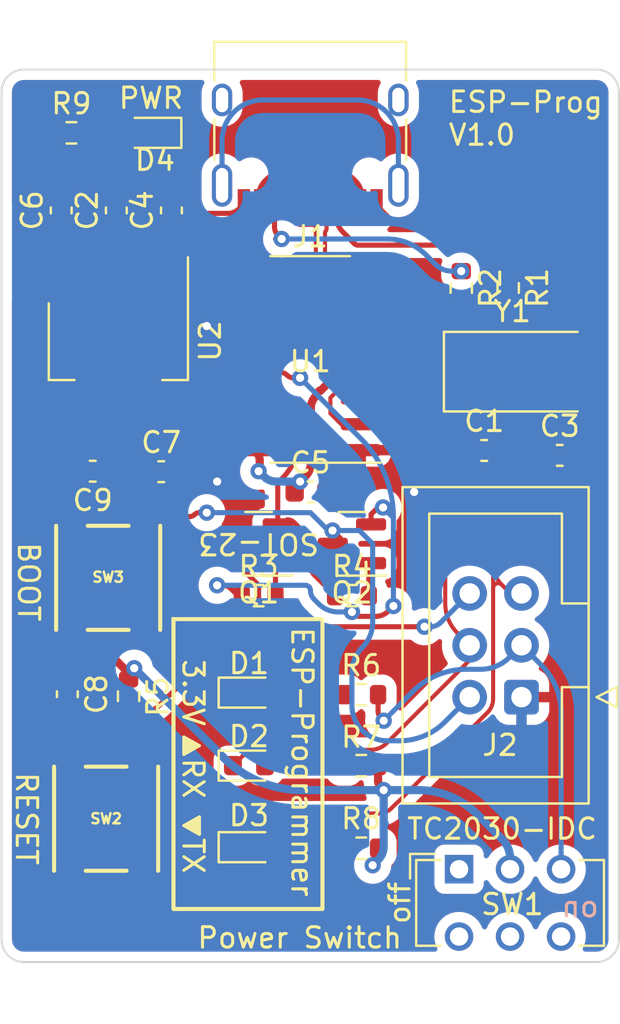
<source format=kicad_pcb>
(kicad_pcb (version 20211014) (generator pcbnew)
  (layers (0 "F.Cu" signal) (31 "B.Cu" signal) (34 "B.Paste" user) (35 "F.Paste" user) (36 "B.SilkS" user "B.Silkscreen") (37 "F.SilkS" user "F.Silkscreen") (38 "B.Mask" user) (39 "F.Mask" user) (44 "Edge.Cuts" user))
  (net 0 "")
  (net 1 "Net-(C1-Pad1)")
  (net 2 "GND")
  (net 3 "VBUS")
  (net 4 "Net-(C3-Pad1)")
  (net 5 "+3V3")
  (net 6 "RESET")
  (net 7 "Net-(D1-Pad2)")
  (net 8 "RXD")
  (net 9 "Net-(D2-Pad2)")
  (net 10 "TXD")
  (net 11 "Net-(D3-Pad2)")
  (net 12 "Net-(D4-Pad2)")
  (net 13 "Net-(J1-PadA5)")
  (net 14 "D+")
  (net 15 "D-")
  (net 17 "Net-(J1-PadB5)")
  (net 19 "unconnected-(J1-PadS1)")
  (net 20 "BOOT")
  (net 21 "3.3V OUT")
  (net 22 "RTS")
  (net 23 "Net-(Q1-Pad1)")
  (net 24 "DTR")
  (net 31 "Net-(R4-Pad2)")
  (footprint "Resistor_SMD:R_0603_1608Metric" (layer "F.Cu") (at 85.344 68.072)
    (fp_text reference "R4")
    (fp_text value "10kΩ")
  )
  (footprint "LED_SMD:LED_0603_1608Metric" (layer "F.Cu") (at 80.3 72.8225)
    (fp_text reference "D1")
    (fp_text value "LED_Blue")
  )
  (footprint "Resistor_SMD:R_0603_1608Metric" (layer "F.Cu") (at 85.8 76.4 180)
    (fp_text reference "R7")
    (fp_text value "4.7 KΩ")
  )
  (footprint "Resistor_SMD:R_0603_1608Metric" (layer "F.Cu") (at 74.4 73 -90)
    (fp_text reference "R5")
    (fp_text value "10kΩ")
  )
  (footprint "Capacitor_SMD:C_0603_1608Metric" (layer "F.Cu") (at 91.825 60.96)
    (fp_text reference "C1")
    (fp_text value "22pF")
  )
  (footprint "Connector_USB:USB_C_Receptacle_HRO_TYPE-C-31-M-12" (layer "F.Cu") (at 83.3 44.84 180)
    (fp_text reference "J1")
    (fp_text value "USB_C_Receptacle_USB2.0")
  )
  (footprint "Resistor_SMD:R_0603_1608Metric" (layer "F.Cu") (at 93 53 -90)
    (fp_text reference "R1")
    (fp_text value "4.7 KΩ")
  )
  (footprint "Capacitor_SMD:C_0603_1608Metric" (layer "F.Cu") (at 73.8 49.2 90)
    (fp_text reference "C2")
    (fp_text value "10uF")
  )
  (footprint "Package_TO_SOT_SMD:SOT-23" (layer "F.Cu") (at 85.344 65.532 180)
    (fp_text reference "Q2")
    (fp_text value "S8050")
  )
  (footprint "Resistor_SMD:R_0603_1608Metric" (layer "F.Cu") (at 90.7 53 -90)
    (fp_text reference "R2")
    (fp_text value "4.7 KΩ")
  )
  (footprint "LED_SMD:LED_0603_1608Metric" (layer "F.Cu") (at 80.3 80.395)
    (fp_text reference "D3")
    (fp_text value "LED_Green")
  )
  (footprint "Capacitor_SMD:C_0603_1608Metric" (layer "F.Cu") (at 72.644 61.976 180)
    (fp_text reference "C9")
    (fp_text value "10uF")
  )
  (footprint "0_Project:TS-1187A-B-A-B" (layer "F.Cu") (at 73.4 67.2 90)
    (fp_text reference "SW3")
    (fp_text value "SW_Push")
  )
  (footprint "Package_TO_SOT_SMD:SOT-23" (layer "F.Cu") (at 80.772 65.532 180)
    (fp_text reference "Q1")
    (fp_text value "S8050")
  )
  (footprint "Resistor_SMD:R_0603_1608Metric" (layer "F.Cu") (at 85.8 80.445 180)
    (fp_text reference "R8")
    (fp_text value "4.7 KΩ")
  )
  (footprint "Capacitor_SMD:C_0603_1608Metric" (layer "F.Cu") (at 95.525 61.2)
    (fp_text reference "C3")
    (fp_text value "22pF")
  )
  (footprint "Connector_IDC:IDC-Header_2x03_P2.54mm_Vertical" (layer "F.Cu") (at 93.6525 73.045 180)
    (fp_text reference "J2")
    (fp_text value "TC2030-IDC")
  )
  (footprint "Capacitor_SMD:C_0603_1608Metric" (layer "F.Cu") (at 71.4 72.9 -90)
    (fp_text reference "C8")
    (fp_text value "10uF")
  )
  (footprint "Resistor_SMD:R_0603_1608Metric" (layer "F.Cu") (at 85.8 72.9225 180)
    (fp_text reference "R6")
    (fp_text value "4.7 KΩ")
  )
  (footprint "Package_TO_SOT_SMD:SOT-223-3_TabPin2" (layer "F.Cu") (at 73.9 55.6 -90)
    (fp_text reference "U2")
    (fp_text value "AMS1117-3.3")
  )
  (footprint "LED_SMD:LED_0603_1608Metric" (layer "F.Cu") (at 80.3 76.4)
    (fp_text reference "D2")
    (fp_text value "LED_Yellow")
  )
  (footprint "Capacitor_SMD:C_0603_1608Metric" (layer "F.Cu") (at 76 62)
    (fp_text reference "C7")
    (fp_text value "10uF")
  )
  (footprint "0_Project:TS-1187A-B-A-B" (layer "F.Cu") (at 73.3 79 90)
    (fp_text reference "SW2")
    (fp_text value "SW_Push")
  )
  (footprint "Capacitor_SMD:C_0603_1608Metric" (layer "F.Cu") (at 83.312 62.992)
    (fp_text reference "C5")
    (fp_text value "0.1uF")
  )
  (footprint "Capacitor_SMD:C_0603_1608Metric" (layer "F.Cu") (at 76.5 49.2 90)
    (fp_text reference "C4")
    (fp_text value "10uF")
  )
  (footprint "Crystal:Crystal_SMD_0603-2Pin_6.0x3.5mm" (layer "F.Cu") (at 93.2 57.1)
    (fp_text reference "Y1")
    (fp_text value "12 MHz")
  )
  (footprint "Resistor_SMD:R_0603_1608Metric" (layer "F.Cu") (at 71.6 45.4)
    (fp_text reference "R9")
    (fp_text value "4.7 KΩ")
  )
  (footprint "Button_Switch_THT:SW_CuK_JS202011AQN_DPDT_Angled" (layer "F.Cu") (at 90.5925 81.475)
    (fp_text reference "SW1")
    (fp_text value "SW_SPDT")
  )
  (footprint "Package_SO:SOIC-16_3.9x9.9mm_P1.27mm" (layer "F.Cu") (at 83.3 56.5 180)
    (fp_text reference "U1")
    (fp_text value "CH340G")
  )
  (footprint "Capacitor_SMD:C_0603_1608Metric" (layer "F.Cu") (at 71.1 49.2 90)
    (fp_text reference "C6")
    (fp_text value "10uF")
  )
  (footprint "Resistor_SMD:R_0603_1608Metric" (layer "F.Cu") (at 80.772 68.072)
    (fp_text reference "R3")
    (fp_text value "10kΩ")
  )
  (footprint "LED_SMD:LED_0603_1608Metric" (layer "F.Cu") (at 75.5 45.4 180)
    (fp_text reference "D4")
    (fp_text value "LED_Red")
  )
  (gr_rect (start 76.6 69.2225) (end 83.9 83.4225) (layer "F.SilkS") (width 0.2) (fill none))
  (gr_arc (start 69.277817 86.022183) (mid 68.5 85.7) (end 68.177817 84.922183) (layer "Edge.Cuts") (width 0.1))
  (gr_arc (start 68.177817 43.377817) (mid 68.504594 42.611091) (end 69.277817 42.3) (layer "Edge.Cuts") (width 0.1))
  (gr_arc (start 97.322183 42.3) (mid 98.1 42.622183) (end 98.422183 43.4) (layer "Edge.Cuts") (width 0.1))
  (gr_line (start 68.177817 43.377817) (end 68.177817 84.922183) (layer "Edge.Cuts") (width 0.1))
  (gr_arc (start 98.422183 84.922183) (mid 98.1 85.7) (end 97.322183 86.022183) (layer "Edge.Cuts") (width 0.1))
  (gr_line (start 69.277817 42.3) (end 97.322183 42.3) (layer "Edge.Cuts") (width 0.1))
  (gr_line (start 69.277817 86.022183) (end 97.322183 86.022183) (layer "Edge.Cuts") (width 0.1))
  (gr_line (start 98.422183 43.4) (end 98.422183 84.922183) (layer "Edge.Cuts") (width 0.1))
  (gr_text "on\n" (at 96.52 83.312) (layer "B.SilkS") (effects (font (size 1 1)) (justify mirror)))
  (gr_text "off\n\n" (at 88.4925 83.125 90) (layer "F.SilkS") (effects (font (size 1 1))))
  (gr_text "BOOT" (at 69.5 67.4 270) (layer "F.SilkS") (effects (font (size 1 1))))
  (gr_text "3.3V" (at 77.562742 72.8225 270) (layer "F.SilkS") (effects (font (size 1 1))))
  (gr_text "Power Switch\n" (at 87.884 84.836) (layer "F.SilkS") (effects (font (size 1 1)) (justify right)))
  (gr_text "▼TX" (at 77.562742 80.195 270) (layer "F.SilkS") (effects (font (size 1 1))))
  (gr_text "▲RX" (at 77.562742 76.4 270) (layer "F.SilkS") (effects (font (size 1 1))))
  (gr_text "PWR" (at 75.5 43.7) (layer "F.SilkS") (effects (font (size 1 1))))
  (gr_text "TC2030-IDC" (at 92.7 79.5) (layer "F.SilkS") (effects (font (size 1 1))))
  (gr_text "RESET" (at 69.4 79 270) (layer "F.SilkS") (effects (font (size 1 1))))
  (gr_text "ESP-Programmer" (at 82.9 76.2225 270) (layer "F.SilkS") (effects (font (size 1 1))))
  (gr_text "ESP-Prog\nV1.0" (at 90 44.7) (layer "F.SilkS") (effects (font (size 1 1)) (justify left)))
  (segment (start 90.39 56.49) (end 90.15969 56.25969) (width 0.25) (layer "F.Cu") (net 1))
  (segment (start 91 57.96267) (end 91 60.874644) (width 0.25) (layer "F.Cu") (net 1))
  (segment (start 85.963036 53.325) (end 85.775 53.325) (width 0.25) (layer "F.Cu") (net 1))
  (segment (start 91.025 60.935) (end 91.05 60.96) (width 0.25) (layer "F.Cu") (net 1))
  (segment (start 86.284033 53.457961) (end 88.326381 55.500309) (width 0.25) (layer "F.Cu") (net 1))
  (arc (start 89.243036 55.88) (mid 88.746945 55.781321) (end 88.326381 55.500309) (width 0.25) (layer "F.Cu") (net 1))
  (arc (start 90.15969 56.25969) (mid 89.739125 55.978678) (end 89.243036 55.88) (width 0.25) (layer "F.Cu") (net 1))
  (arc (start 91 60.874644) (mid 91.006497 60.907308) (end 91.025 60.935) (width 0.25) (layer "F.Cu") (net 1))
  (arc (start 91 57.96267) (mid 90.841466 57.165666) (end 90.39 56.49) (width 0.25) (layer "F.Cu") (net 1))
  (arc (start 86.284033 53.457961) (mid 86.136758 53.359555) (end 85.963036 53.325) (width 0.25) (layer "F.Cu") (net 1))
  (segment (start 76.95976 48.88476) (end 76.5 48.425) (width 0.25) (layer "F.Cu") (net 2))
  (segment (start 79.82024 49.11476) (end 80.05 48.885) (width 0.25) (layer "F.Cu") (net 2))
  (segment (start 86.55 48.9215) (end 86.55 48.885) (width 0.25) (layer "F.Cu") (net 2))
  (segment (start 87.196394 49.604394) (end 86.575809 48.983809) (width 0.25) (layer "F.Cu") (net 2))
  (segment (start 87.63 49.784) (end 87.884 49.784) (width 0.25) (layer "F.Cu") (net 2))
  (segment (start 78.069718 49.34452) (end 79.26555 49.34452) (width 0.25) (layer "F.Cu") (net 2))
  (via (at 78.74 62.484) (size 0.8) (drill 0.4) (layers "F.Cu" "B.Cu") (net 2))
  (via (at 88.392 62.992) (size 0.8) (drill 0.4) (layers "F.Cu" "B.Cu") (net 2))
  (via (at 78.232 54.864) (size 0.8) (drill 0.4) (layers "F.Cu" "B.Cu") (net 2))
  (arc (start 79.82024 49.11476) (mid 79.565746 49.284807) (end 79.26555 49.34452) (width 0.25) (layer "F.Cu") (net 2))
  (arc (start 86.55 48.9215) (mid 86.556707 48.955221) (end 86.575809 48.983809) (width 0.25) (layer "F.Cu") (net 2))
  (arc (start 87.196394 49.604394) (mid 87.395334 49.737321) (end 87.63 49.784) (width 0.25) (layer "F.Cu") (net 2))
  (arc (start 78.069718 49.34452) (mid 77.469013 49.225032) (end 76.95976 48.88476) (width 0.25) (layer "F.Cu") (net 2))
  (segment (start 71.990699 49.975) (end 71.912851 49.975) (width 0.4) (layer "F.Cu") (net 3))
  (segment (start 85.382815 47.728154) (end 85.470812 47.816151) (width 0.4) (layer "F.Cu") (net 3))
  (segment (start 80.85 48.649729) (end 80.85 48.713553) (width 0.4) (layer "F.Cu") (net 3))
  (segment (start 80.85 49.806698) (end 80.85 49.816905) (width 0.4) (layer "F.Cu") (net 3))
  (segment (start 71.835003 49.975) (end 71.788294 49.975) (width 0.4) (layer "F.Cu") (net 3))
  (segment (start 76.558913 50.009511) (end 80.678454 50.009511) (width 0.4) (layer "F.Cu") (net 3))
  (segment (start 74.652898 49.975) (end 74.391335 49.975) (width 0.4) (layer "F.Cu") (net 3))
  (segment (start 76.403103 49.975) (end 76.382391 49.975) (width 0.4) (layer "F.Cu") (net 3))
  (segment (start 80.85 49.649722) (end 80.85 49.651015) (width 0.4) (layer "F.Cu") (net 3))
  (segment (start 80.85 49.264969) (end 80.85 49.337708) (width 0.4) (layer "F.Cu") (net 3))
  (segment (start 80.85 49.078667) (end 80.85 49.106834) (width 0.4) (layer "F.Cu") (net 3))
  (segment (start 72.883799 49.975) (end 72.823666 49.975) (width 0.4) (layer "F.Cu") (net 3))
  (segment (start 74.652898 49.975) (end 74.766221 49.975) (width 0.4) (layer "F.Cu") (net 3))
  (segment (start 80.85 49.585251) (end 80.85 49.555924) (width 0.4) (layer "F.Cu") (net 3))
  (segment (start 80.85 48.498147) (end 80.85 48.490169) (width 0.4) (layer "F.Cu") (net 3))
  (segment (start 80.85 49.410448) (end 80.85 49.428276) (width 0.4) (layer "F.Cu") (net 3))
  (segment (start 73.253178 49.975) (end 73.248889 49.975) (width 0.4) (layer "F.Cu") (net 3))
  (segment (start 80.85 49.464288) (end 80.85 49.482829) (width 0.4) (layer "F.Cu") (net 3))
  (segment (start 76.382391 49.975) (end 76.351322 49.975) (width 0.4) (layer "F.Cu") (net 3))
  (segment (start 80.85 49.712901) (end 80.85 49.731085) (width 0.4) (layer "F.Cu") (net 3))
  (segment (start 80.85 48.546015) (end 80.85 48.561971) (width 0.4) (layer "F.Cu") (net 3))
  (segment (start 80.85 49.501014) (end 80.85 49.555924) (width 0.4) (layer "F.Cu") (net 3))
  (segment (start 80.85 49.651015) (end 80.85 49.652308) (width 0.4) (layer "F.Cu") (net 3))
  (segment (start 71.476906 49.975) (end 71.461337 49.975) (width 0.4) (layer "F.Cu") (net 3))
  (segment (start 80.85 49.428276) (end 80.85 49.446104) (width 0.4) (layer "F.Cu") (net 3))
  (segment (start 76.071703 49.975) (end 76.102772 49.975) (width 0.4) (layer "F.Cu") (net 3))
  (segment (start 73.261756 49.975) (end 73.257467 49.975) (width 0.4) (layer "F.Cu") (net 3))
  (segment (start 80.85 49.735542) (end 80.85 49.739999) (width 0.4) (layer "F.Cu") (net 3))
  (segment (start 80.85 49.464288) (end 80.85 49.463932) (width 0.4) (layer "F.Cu") (net 3))
  (segment (start 80.85 49.824883) (end 80.85 49.816905) (width 0.4) (layer "F.Cu") (net 3))
  (segment (start 72.746355 49.975) (end 72.651866 49.975) (width 0.4) (layer "F.Cu") (net 3))
  (segment (start 75.647097 49.975) (end 75.315697 49.975) (width 0.4) (layer "F.Cu") (net 3))
  (segment (start 71.912851 49.975) (end 71.835003 49.975) (width 0.4) (layer "F.Cu") (net 3))
  (segment (start 82.103648 47.360969) (end 84.496351 47.360969) (width 0.4) (layer "F.Cu") (net 3))
  (segment (start 80.85 49.482829) (end 80.85 49.501014) (width 0.4) (layer "F.Cu") (net 3))
  (segment (start 80.85 48.713553) (end 80.85 48.777377) (width 0.4) (layer "F.Cu") (net 3))
  (segment (start 80.85 49.138746) (end 80.85 49.135001) (width 0.4) (layer "F.Cu") (net 3))
  (segment (start 72.943932 49.975) (end 72.883799 49.975) (width 0.4) (layer "F.Cu") (net 3))
  (segment (start 80.85 49.39262) (end 80.85 49.410448) (width 0.4) (layer "F.Cu") (net 3))
  (segment (start 76.268472 49.975) (end 76.185622 49.975) (width 0.4) (layer "F.Cu") (net 3))
  (segment (start 72.763533 49.975) (end 72.746355 49.975) (width 0.4) (layer "F.Cu") (net 3))
  (segment (start 74.391335 49.975) (end 74.289652 49.975) (width 0.4) (layer "F.Cu") (net 3))
  (segment (start 76.46524 49.975) (end 76.444527 49.975) (width 0.4) (layer "F.Cu") (net 3))
  (segment (start 74.231456 49.975) (end 74.17326 49.975) (width 0.4) (layer "F.Cu") (net 3))
  (segment (start 73.257467 49.975) (end 73.253178 49.975) (width 0.4) (layer "F.Cu") (net 3))
  (segment (start 81.129187 47.816151) (end 81.217184 47.728153) (width 0.4) (layer "F.Cu") (net 3))
  (segment (start 80.85 49.796491) (end 80.85 49.806698) (width 0.4) (layer "F.Cu") (net 3))
  (segment (start 74.01338 49.975) (end 73.635424 49.975) (width 0.4) (layer "F.Cu") (net 3))
  (segment (start 80.85 49.731085) (end 80.85 49.735542) (width 0.4) (layer "F.Cu") (net 3))
  (segment (start 71.6 50.828553) (end 71.6 52.45) (width 0.4) (layer "F.Cu") (net 3))
  (segment (start 72.325443 49.975) (end 72.076331 49.975) (width 0.4) (layer "F.Cu") (net 3))
  (segment (start 80.85 49.672075) (end 80.85 49.712901) (width 0.4) (layer "F.Cu") (net 3))
  (segment (start 74.984297 49.975) (end 74.836057 49.975) (width 0.4) (layer "F.Cu") (net 3))
  (segment (start 80.85 49.652308) (end 80.85 49.672075) (width 0.4) (layer "F.Cu") (net 3))
  (segment (start 80.85 48.514103) (end 80.85 48.530059) (width 0.4) (layer "F.Cu") (net 3))
  (segment (start 71.671524 49.975) (end 71.609246 49.975) (width 0.4) (layer "F.Cu") (net 3))
  (segment (start 72.076331 49.975) (end 71.990699 49.975) (width 0.4) (layer "F.Cu") (net 3))
  (segment (start 71.757156 49.975) (end 71.733802 49.975) (width 0.4) (layer "F.Cu") (net 3))
  (segment (start 80.85 49.585251) (end 80.85 49.628663) (width 0.4) (layer "F.Cu") (net 3))
  (segment (start 76.185622 49.975) (end 76.102772 49.975) (width 0.4) (layer "F.Cu") (net 3))
  (segment (start 76.351322 49.975) (end 76.268472 49.975) (width 0.4) (layer "F.Cu") (net 3))
  (segment (start 75.761016 49.975) (end 75.647097 49.975) (width 0.4) (layer "F.Cu") (net 3))
  (segment (start 71.733802 49.975) (end 71.671524 49.975) (width 0.4) (layer "F.Cu") (net 3))
  (segment (start 80.85 48.585905) (end 80.85 48.561971) (width 0.4) (layer "F.Cu") (net 3))
  (segment (start 80.85 49.739999) (end 80.85 49.753727) (width 0.4) (layer "F.Cu") (net 3))
  (segment (start 80.85 48.841201) (end 80.85 48.862773) (width 0.4) (layer "F.Cu") (net 3))
  (segment (start 73.353029 49.975) (end 73.261756 49.975) (width 0.4) (layer "F.Cu") (net 3))
  (segment (start 80.85 48.498147) (end 80.85 48.514103) (width 0.4) (layer "F.Cu") (net 3))
  (segment (start 75.864578 49.975) (end 75.761016 49.975) (width 0.4) (layer "F.Cu") (net 3))
  (segment (start 80.85 48.585905) (end 80.85 48.649729) (width 0.4) (layer "F.Cu") (net 3))
  (segment (start 72.574555 49.975) (end 72.325443 49.975) (width 0.4) (layer "F.Cu") (net 3))
  (segment (start 73.635424 49.975) (end 73.539863 49.975) (width 0.4) (layer "F.Cu") (net 3))
  (segment (start 80.85 49.39262) (end 80.85 49.387806) (width 0.4) (layer "F.Cu") (net 3))
  (segment (start 72.823666 49.975) (end 72.763533 49.975) (width 0.4) (layer "F.Cu") (net 3))
  (segment (start 80.85 49.106834) (end 80.85 49.135001) (width 0.4) (layer "F.Cu") (net 3))
  (segment (start 80.85 49.446104) (end 80.85 49.463932) (width 0.4) (layer "F.Cu") (net 3))
  (segment (start 80.85 49.628663) (end 80.85 49.649722) (width 0.4) (layer "F.Cu") (net 3))
  (segment (start 80.85 48.777377) (end 80.85 48.841201) (width 0.4) (layer "F.Cu") (net 3))
  (segment (start 80.85 49.824883) (end 80.85 49.833604) (width 0.4) (layer "F.Cu") (net 3))
  (segment (start 75.96814 49.975) (end 75.864578 49.975) (width 0.4) (layer "F.Cu") (net 3))
  (segment (start 74.289652 49.975) (end 74.231456 49.975) (width 0.4) (layer "F.Cu") (net 3))
  (segment (start 80.85 48.862773) (end 80.85 48.954764) (width 0.4) (layer "F.Cu") (net 3))
  (segment (start 85.75 48.490169) (end 85.75 48.885) (width 0.4) (layer "F.Cu") (net 3))
  (segment (start 76.05099 49.975) (end 76.030277 49.975) (width 0.4) (layer "F.Cu") (net 3))
  (segment (start 76.071703 49.975) (end 76.05099 49.975) (width 0.4) (layer "F.Cu") (net 3))
  (segment (start 75.315697 49.975) (end 74.984297 49.975) (width 0.4) (layer "F.Cu") (net 3))
  (segment (start 75.96814 49.975) (end 76.030277 49.975) (width 0.4) (layer "F.Cu") (net 3))
  (segment (start 71.523613 49.975) (end 71.508044 49.975) (width 0.4) (layer "F.Cu") (net 3))
  (segment (start 80.85 49.837965) (end 80.85 49.833604) (width 0.4) (layer "F.Cu") (net 3))
  (segment (start 71.508044 49.975) (end 71.492475 49.975) (width 0.4) (layer "F.Cu") (net 3))
  (segment (start 71.772725 49.975) (end 71.757156 49.975) (width 0.4) (layer "F.Cu") (net 3))
  (segment (start 73.539863 49.975) (end 73.353029 49.975) (width 0.4) (layer "F.Cu") (net 3))
  (segment (start 80.85 49.078667) (end 80.85 49.046755) (width 0.4) (layer "F.Cu") (net 3))
  (segment (start 80.85 49.138746) (end 80.85 49.174403) (width 0.4) (layer "F.Cu") (net 3))
  (segment (start 71.492475 49.975) (end 71.476906 49.975) (width 0.4) (layer "F.Cu") (net 3))
  (segment (start 73.248889 49.975) (end 72.943932 49.975) (width 0.4) (layer "F.Cu") (net 3))
  (segment (start 74.801139 49.975) (end 74.766221 49.975) (width 0.4) (layer "F.Cu") (net 3))
  (segment (start 76.475597 49.975) (end 76.46524 49.975) (width 0.4) (layer "F.Cu") (net 3))
  (segment (start 80.85 49.796491) (end 80.85 49.785639) (width 0.4) (layer "F.Cu") (net 3))
  (segment (start 71.546967 49.975) (end 71.523613 49.975) (width 0.4) (layer "F.Cu") (net 3))
  (segment (start 80.85 49.174403) (end 80.85 49.21006) (width 0.4) (layer "F.Cu") (net 3))
  (segment (start 71.461337 49.975) (end 71.453553 49.975) (width 0.4) (layer "F.Cu") (net 3))
  (segment (start 80.85 48.530059) (end 80.85 48.546015) (width 0.4) (layer "F.Cu") (net 3))
  (segment (start 80.85 49.337708) (end 80.85 49.36035) (width 0.4) (layer "F.Cu") (net 3))
  (segment (start 71.788294 49.975) (end 71.772725 49.975) (width 0.4) (layer "F.Cu") (net 3))
  (segment (start 76.423815 49.975) (end 76.444527 49.975) (width 0.4) (layer "F.Cu") (net 3))
  (segment (start 72.574555 49.975) (end 72.651866 49.975) (width 0.4) (layer "F.Cu") (net 3))
  (segment (start 71.609246 49.975) (end 71.546967 49.975) (width 0.4) (layer "F.Cu") (net 3))
  (segment (start 80.85 48.954764) (end 80.85 49.046755) (width 0.4) (layer "F.Cu") (net 3))
  (segment (start 80.85 49.753727) (end 80.85 49.785639) (width 0.4) (layer "F.Cu") (net 3))
  (segment (start 76.423815 49.975) (end 76.403103 49.975) (width 0.4) (layer "F.Cu") (net 3))
  (segment (start 80.85 49.36035) (end 80.85 49.387806) (width 0.4) (layer "F.Cu") (net 3))
  (segment (start 80.85 49.264969) (end 80.85 49.21006) (width 0.4) (layer "F.Cu") (net 3))
  (segment (start 74.17326 49.975) (end 74.01338 49.975) (width 0.4) (layer "F.Cu") (net 3))
  (segment (start 74.836057 49.975) (end 74.801139 49.975) (width 0.4) (layer "F.Cu") (net 3))
  (arc (start 71.453553 49.975) (mid 71.318254 50.065403) (end 71.35 50.225) (width 0.4) (layer "F.Cu") (net 3))
  (arc (start 85.470812 47.816151) (mid 85.677441 48.125393) (end 85.75 48.490169) (width 0.4) (layer "F.Cu") (net 3))
  (arc (start 80.678454 50.009511) (mid 80.744101 49.996452) (end 80.799755 49.959266) (width 0.4) (layer "F.Cu") (net 3))
  (arc (start 76.558913 50.009511) (mid 76.536368 50.005026) (end 76.517255 49.992255) (width 0.4) (layer "F.Cu") (net 3))
  (arc (start 85.382815 47.728154) (mid 84.976102 47.456397) (end 84.496351 47.360969) (width 0.4) (layer "F.Cu") (net 3))
  (arc (start 81.129187 47.816151) (mid 80.922558 48.125393) (end 80.85 48.490169) (width 0.4) (layer "F.Cu") (net 3))
  (arc (start 76.475597 49.975) (mid 76.498142 49.979484) (end 76.517255 49.992255) (width 0.4) (layer "F.Cu") (net 3))
  (arc (start 81.217184 47.728153) (mid 81.623897 47.456397) (end 82.103648 47.360969) (width 0.4) (layer "F.Cu") (net 3))
  (arc (start 80.85 49.837965) (mid 80.836941 49.903612) (end 80.799755 49.959266) (width 0.4) (layer "F.Cu") (net 3))
  (arc (start 71.6 50.828553) (mid 71.535027 50.501912) (end 71.35 50.225) (width 0.4) (layer "F.Cu") (net 3))
  (segment (start 88.588053 54.044053) (end 86.890327 52.346327) (width 0.25) (layer "F.Cu") (net 4))
  (segment (start 86.187 52.055) (end 85.775 52.055) (width 0.25) (layer "F.Cu") (net 4))
  (segment (start 94.75 59.125619) (end 94.75 61.2) (width 0.25) (layer "F.Cu") (net 4))
  (segment (start 95.074999 58.340999) (end 95.076145 58.339854) (width 0.25) (layer "F.Cu") (net 4))
  (segment (start 92.450119 55.372) (end 91.794 55.372) (width 0.25) (layer "F.Cu") (net 4))
  (segment (start 94.536 56.236) (end 95.076145 56.776145) (width 0.25) (layer "F.Cu") (net 4))
  (arc (start 95.4 57.558) (mid 95.315832 57.134863) (end 95.076145 56.776145) (width 0.25) (layer "F.Cu") (net 4))
  (arc (start 95.4 57.558) (mid 95.315832 57.981136) (end 95.076145 58.339854) (width 0.25) (layer "F.Cu") (net 4))
  (arc (start 95.074999 58.340999) (mid 94.834464 58.700986) (end 94.75 59.125619) (width 0.25) (layer "F.Cu") (net 4))
  (arc (start 94.536 56.236) (mid 93.578989 55.596546) (end 92.450119 55.372) (width 0.25) (layer "F.Cu") (net 4))
  (arc (start 86.890327 52.346327) (mid 86.567638 52.130713) (end 86.187 52.055) (width 0.25) (layer "F.Cu") (net 4))
  (arc (start 88.588053 54.044053) (mid 90.058954 55.026877) (end 91.794 55.372) (width 0.25) (layer "F.Cu") (net 4))
  (segment (start 82.804 62.484) (end 83.06626 62.22174) (width 0.4) (layer "F.Cu") (net 5))
  (segment (start 74.4 72.09625) (end 74.4 72.0175) (width 0.4) (layer "F.Cu") (net 5))
  (segment (start 83.810303 58.03175) (end 84.575491 57.266562) (width 0.4) (layer "F.Cu") (net 5))
  (segment (start 73.419 61.99297) (end 73.419 70.185328) (width 0.4) (layer "F.Cu") (net 5))
  (segment (start 83.462057 58.443541) (end 83.64136 58.171899) (width 0.4) (layer "F.Cu") (net 5))
  (segment (start 82.622206 62.665793) (end 82.804 62.484) (width 0.4) (layer "F.Cu") (net 5))
  (segment (start 75.129102 62) (end 73.45997 62) (width 0.4) (layer "F.Cu") (net 5))
  (segment (start 75.484606 61.932189) (end 76.242741 61.174056) (width 0.4) (layer "F.Cu") (net 5))
  (segment (start 73.9 55.273705) (end 73.9 57.813083) (width 0.4) (layer "F.Cu") (net 5))
  (segment (start 74.495812 71.808187) (end 74.676 71.628) (width 0.4) (layer "F.Cu") (net 5))
  (segment (start 86.7625 77.4625) (end 86.9 77.6) (width 0.4) (layer "F.Cu") (net 5))
  (segment (start 70.775 46.85842) (end 70.775 45.4) (width 0.4) (layer "F.Cu") (net 5))
  (segment (start 73.9 54.934294) (end 73.9 55.273705) (width 0.4) (layer "F.Cu") (net 5))
  (segment (start 74.28863 71.74863) (end 73.9095 71.3695) (width 0.4) (layer "F.Cu") (net 5))
  (segment (start 83.755719 58.03175) (end 83.810303 58.03175) (width 0.4) (layer "F.Cu") (net 5))
  (segment (start 80.336 60.945) (end 76.795731 60.945) (width 0.4) (layer "F.Cu") (net 5))
  (segment (start 86.625 80.827616) (end 86.625 80.445) (width 0.4) (layer "F.Cu") (net 5))
  (segment (start 69.596 53.129579) (end 69.596 49.438199) (width 0.4) (layer "F.Cu") (net 5))
  (segment (start 80.772 61.976) (end 80.7985 61.9495) (width 0.4) (layer "F.Cu") (net 5))
  (segment (start 82.537 62.8715) (end 82.537 62.992) (width 0.4) (layer "F.Cu") (net 5))
  (segment (start 86.4925 81.1475) (end 86.36 81.28) (width 0.4) (layer "F.Cu") (net 5))
  (segment (start 80.825 61.885523) (end 80.825 61.434) (width 0.4) (layer "F.Cu") (net 5))
  (segment (start 70.5865 47.3135) (end 70.398 47.502) (width 0.4) (layer "F.Cu") (net 5))
  (segment (start 73.9 54.934294) (end 73.9 52.45) (width 0.4) (layer "F.Cu") (net 5))
  (segment (start 74.4 72.09625) (end 74.4 72.0395) (width 0.4) (layer "F.Cu") (net 5))
  (segment (start 75.129102 62) (end 75.320898 62) (width 0.4) (layer "F.Cu") (net 5))
  (segment (start 83.32852 61.588588) (end 83.32852 58.888253) (width 0.4) (layer "F.Cu") (net 5))
  (segment (start 86.625 77.130545) (end 86.625 76.4) (width 0.4) (layer "F.Cu") (net 5))
  (segment (start 73.490294 54.864) (end 71.33042 54.864) (width 0.4) (layer "F.Cu") (net 5))
  (segment (start 75.225 61.904102) (end 75.225 61.011916) (width 0.4) (layer "F.Cu") (net 5))
  (via (at 82.804 62.484) (size 0.8) (drill 0.4) (layers "F.Cu" "B.Cu") (net 5))
  (via (at 86.36 81.28) (size 0.8) (drill 0.4) (layers "F.Cu" "B.Cu") (net 5))
  (via (at 74.676 71.628) (size 0.8) (drill 0.4) (layers "F.Cu" "B.Cu") (net 5))
  (via (at 86.9 77.6) (size 0.8) (drill 0.4) (layers "F.Cu" "B.Cu") (net 5))
  (via (at 80.772 61.976) (size 0.8) (drill 0.4) (layers "F.Cu" "B.Cu") (net 5))
  (arc (start 83.06626 62.22174) (mid 83.26036 61.931247) (end 83.32852 61.588588) (width 0.4) (layer "F.Cu") (net 5))
  (arc (start 80.825 61.434) (mid 80.681775 61.088224) (end 80.336 60.945) (width 0.4) (layer "F.Cu") (net 5))
  (arc (start 70.5865 47.3135) (mid 70.72601 47.104707) (end 70.775 46.85842) (width 0.4) (layer "F.Cu") (net 5))
  (arc (start 73.9095 71.3695) (mid 73.546476 70.826197) (end 73.419 70.185328) (width 0.4) (layer "F.Cu") (net 5))
  (arc (start 75.320898 62) (mid 75.253087 61.971912) (end 75.225 61.904102) (width 0.4) (layer "F.Cu") (net 5))
  (arc (start 75.129102 62) (mid 75.196912 61.971912) (end 75.225 61.904102) (width 0.4) (layer "F.Cu") (net 5))
  (arc (start 73.419 61.99297) (mid 73.423339 61.986476) (end 73.431 61.988) (width 0.4) (layer "F.Cu") (net 5))
  (arc (start 73.78 54.984) (mid 73.868813 55.116917) (end 73.9 55.273705) (width 0.4) (layer "F.Cu") (net 5))
  (arc (start 82.622206 62.665793) (mid 82.559144 62.760172) (end 82.537 62.8715) (width 0.4) (layer "F.Cu") (net 5))
  (arc (start 73.490294 54.864) (mid 73.647081 54.895186) (end 73.78 54.984) (width 0.4) (layer "F.Cu") (net 5))
  (arc (start 73.78 54.984) (mid 73.856606 54.999237) (end 73.9 54.934294) (width 0.4) (layer "F.Cu") (net 5))
  (arc (start 83.64136 58.171899) (mid 83.694998 58.098935) (end 83.755719 58.03175) (width 0.4) (layer "F.Cu") (net 5))
  (arc (start 73.45997 62) (mid 73.444291 61.996881) (end 73.431 61.988) (width 0.4) (layer "F.Cu") (net 5))
  (arc (start 74.28863 71.74863) (mid 74.371055 71.871988) (end 74.4 72.0175) (width 0.4) (layer "F.Cu") (net 5))
  (arc (start 69.596 49.438199) (mid 69.804433 48.390335) (end 70.398 47.502) (width 0.4) (layer "F.Cu") (net 5))
  (arc (start 83.32852 58.888253) (mid 83.362625 58.656089) (end 83.462057 58.443541) (width 0.4) (layer "F.Cu") (net 5))
  (arc (start 75.484606 61.932189) (mid 75.409496 61.982376) (end 75.320898 62) (width 0.4) (layer "F.Cu") (net 5))
  (arc (start 80.825 61.885523) (mid 80.818112 61.920147) (end 80.7985 61.9495) (width 0.4) (layer "F.Cu") (net 5))
  (arc (start 74.5625 59.4125) (mid 75.052821 60.146318) (end 75.225 61.011916) (width 0.4) (layer "F.Cu") (net 5))
  (arc (start 74.495812 71.808187) (mid 74.4249 71.914314) (end 74.4 72.0395) (width 0.4) (layer "F.Cu") (net 5))
  (arc (start 86.4925 81.1475) (mid 86.590564 81.000736) (end 86.625 80.827616) (width 0.4) (layer "F.Cu") (net 5))
  (arc (start 69.596 53.129579) (mid 69.728024 53.793313) (end 70.104 54.356) (width 0.4) (layer "F.Cu") (net 5))
  (arc (start 74.4 72.09625) (mid 74.4 72.09625) (end 74.4 72.09625) (width 0.4) (layer "F.Cu") (net 5))
  (arc (start 86.7625 77.4625) (mid 86.660735 77.310197) (end 86.625 77.130545) (width 0.4) (layer "F.Cu") (net 5))
  (arc (start 74.5625 59.4125) (mid 74.072178 58.678681) (end 73.9 57.813083) (width 0.4) (layer "F.Cu") (net 5))
  (arc (start 84.575491 57.266562) (mid 84.873804 57.167791) (end 85.186 57.135) (width 0.4) (layer "F.Cu") (net 5))
  (arc (start 70.104 54.356) (mid 70.666686 54.731975) (end 71.33042 54.864) (width 0.4) (layer "F.Cu") (net 5))
  (arc (start 76.242741 61.174056) (mid 76.496455 61.00453) (end 76.795731 60.945) (width 0.4) (layer "F.Cu") (net 5))
  (segment (start 86.9 80.358162) (end 86.9 79.302627) (width 0.4) (layer "B.Cu") (net 5))
  (segment (start 79.054207 76.006207) (end 74.676 71.628) (width 0.4) (layer "B.Cu") (net 5))
  (segment (start 86.9 79.257372) (end 86.9 79.302627) (width 0.4) (layer "B.Cu") (net 5))
  (segment (start 81.63921 62.484) (end 82.804 62.484) (width 0.4) (layer "B.Cu") (net 5))
  (segment (start 86.63 81.01) (end 86.36 81.28) (width 0.4) (layer "B.Cu") (net 5))
  (segment (start 91.502081 78.802081) (end 92.709778 80.009778) (width 0.4) (layer "B.Cu") (net 5))
  (segment (start 86.9 77.6) (end 82.901963 77.6) (width 0.4) (layer "B.Cu") (net 5))
  (segment (start 93.0925 80.93375) (end 93.0925 81.475) (width 0.4) (layer "B.Cu") (net 5))
  (segment (start 86.9 79.257372) (end 86.9 77.6) (width 0.4) (layer "B.Cu") (net 5))
  (segment (start 86.9 77.6) (end 88.6 77.6) (width 0.4) (layer "B.Cu") (net 5))
  (segment (start 81.026 62.23) (end 80.772 61.976) (width 0.4) (layer "B.Cu") (net 5))
  (arc (start 81.026 62.23) (mid 81.307343 62.417987) (end 81.63921 62.484) (width 0.4) (layer "B.Cu") (net 5))
  (arc (start 91.502081 78.802081) (mid 90.170595 77.91241) (end 88.6 77.6) (width 0.4) (layer "B.Cu") (net 5))
  (arc (start 79.054207 76.006207) (mid 80.819572 77.185786) (end 82.901963 77.6) (width 0.4) (layer "B.Cu") (net 5))
  (arc (start 86.916 79.264) (mid 86.905785 79.266031) (end 86.9 79.257372) (width 0.4) (layer "B.Cu") (net 5))
  (arc (start 92.709778 80.009778) (mid 92.993033 80.4337) (end 93.0925 80.93375) (width 0.4) (layer "B.Cu") (net 5))
  (arc (start 86.916 79.264) (mid 86.933722 79.252158) (end 86.954627 79.248) (width 0.4) (layer "B.Cu") (net 5))
  (arc (start 86.9 80.358162) (mid 86.829829 80.710934) (end 86.63 81.01) (width 0.4) (layer "B.Cu") (net 5))
  (arc (start 86.916 79.264) (mid 86.904158 79.281722) (end 86.9 79.302627) (width 0.4) (layer "B.Cu") (net 5))
  (segment (start 75.925454 73.426545) (end 78.319159 71.03284) (width 0.25) (layer "F.Cu") (net 6))
  (segment (start 83.758368 69.596) (end 82.444789 69.596) (width 0.25) (layer "F.Cu") (net 6))
  (segment (start 85.25684 69.596) (end 83.819999 69.596) (width 0.25) (layer "F.Cu") (net 6))
  (segment (start 79.8345 66.6265) (end 80.772 67.564) (width 0.25) (layer "F.Cu") (net 6))
  (segment (start 80.772 68.58) (end 81.788 69.596) (width 0.25) (layer "F.Cu") (net 6))
  (segment (start 88.9 69.596) (end 85.25684 69.596) (width 0.25) (layer "F.Cu") (net 6))
  (segment (start 83.819999 69.596) (end 83.758368 69.596) (width 0.25) (layer "F.Cu") (net 6))
  (segment (start 82.444789 69.596) (end 81.788 69.596) (width 0.25) (layer "F.Cu") (net 6))
  (segment (start 79.8345 65.532) (end 79.8345 66.6265) (width 0.25) (layer "F.Cu") (net 6))
  (segment (start 74.4 74.3885) (end 74.4 74.676992) (width 0.25) (layer "F.Cu") (net 6))
  (segment (start 75.175 76.548007) (end 75.175 82) (width 0.25) (layer "F.Cu") (net 6))
  (segment (start 72.05 72.125) (end 71.4 72.125) (width 0.25) (layer "F.Cu") (net 6))
  (segment (start 80.772 67.564) (end 80.772 68.58) (width 0.25) (layer "F.Cu") (net 6))
  (segment (start 74.001545 73.426545) (end 73.159619 72.584619) (width 0.25) (layer "F.Cu") (net 6))
  (via (at 88.9 69.596) (size 0.8) (drill 0.4) (layers "F.Cu" "B.Cu") (net 6))
  (arc (start 74.4 74.3885) (mid 74.565045 73.990045) (end 74.9635 73.825) (width 0.25) (layer "F.Cu") (net 6))
  (arc (start 75.925454 73.426545) (mid 75.484105 73.721444) (end 74.9635 73.825) (width 0.25) (layer "F.Cu") (net 6))
  (arc (start 74.7875 75.6125) (mid 74.500707 75.183285) (end 74.4 74.676992) (width 0.25) (layer "F.Cu") (net 6))
  (arc (start 81.788 69.596) (mid 79.910676 69.969422) (end 78.319159 71.03284) (width 0.25) (layer "F.Cu") (net 6))
  (arc (start 74.7875 75.6125) (mid 75.074292 76.041714) (end 75.175 76.548007) (width 0.25) (layer "F.Cu") (net 6))
  (arc (start 74.001545 73.426545) (mid 74.442893 73.721444) (end 74.9635 73.825) (width 0.25) (layer "F.Cu") (net 6))
  (arc (start 74.4 74.3885) (mid 74.296444 73.867893) (end 74.001545 73.426545) (width 0.25) (layer "F.Cu") (net 6))
  (arc (start 73.159619 72.584619) (mid 72.650521 72.244451) (end 72.05 72.125) (width 0.25) (layer "F.Cu") (net 6))
  (segment (start 89.687091 69.390408) (end 91.1125 67.965) (width 0.25) (layer "B.Cu") (net 6))
  (segment (start 88.9 69.596) (end 89.19075 69.596) (width 0.25) (layer "B.Cu") (net 6))
  (arc (start 89.687091 69.390408) (mid 89.459367 69.542568) (end 89.19075 69.596) (width 0.25) (layer "B.Cu") (net 6))
  (segment (start 81.45821 72.9225) (end 85.175 72.9225) (width 0.25) (layer "F.Cu") (net 7))
  (segment (start 81.3375 72.8725) (end 81.2875 72.8225) (width 0.25) (layer "F.Cu") (net 7))
  (arc (start 81.45821 72.9225) (mid 81.392882 72.909505) (end 81.3375 72.8725) (width 0.25) (layer "F.Cu") (net 7))
  (segment (start 86.06 58.405) (end 85.775 58.405) (width 0.2) (layer "F.Cu") (net 8))
  (segment (start 87.704027 74.641395) (end 91.201871 71.14355) (width 0.2) (layer "F.Cu") (net 8))
  (segment (start 89.916 68.462446) (end 89.916 64.229963) (width 0.2) (layer "F.Cu") (net 8))
  (segment (start 90.51425 69.90675) (end 90.945708 70.338208) (width 0.2) (layer "F.Cu") (net 8))
  (segment (start 88.322207 60.382207) (end 86.546525 58.606525) (width 0.2) (layer "F.Cu") (net 8))
  (segment (start 87.704027 74.641395) (end 87.047972 75.297452) (width 0.2) (layer "F.Cu") (net 8))
  (segment (start 79.89976 76.01274) (end 79.5125 76.4) (width 0.2) (layer "F.Cu") (net 8))
  (segment (start 86.256042 75.62548) (end 80.834688 75.62548) (width 0.2) (layer "F.Cu") (net 8))
  (arc (start 88.322207 60.382207) (mid 89.501786 62.147572) (end 89.916 64.229963) (width 0.2) (layer "F.Cu") (net 8))
  (arc (start 80.834688 75.62548) (mid 80.328708 75.726125) (end 79.89976 76.01274) (width 0.2) (layer "F.Cu") (net 8))
  (arc (start 86.06 58.405) (mid 86.323305 58.457374) (end 86.546525 58.606525) (width 0.2) (layer "F.Cu") (net 8))
  (arc (start 87.047972 75.297452) (mid 86.684631 75.540228) (end 86.256042 75.62548) (width 0.2) (layer "F.Cu") (net 8))
  (arc (start 91.1125 70.740879) (mid 91.069152 70.522955) (end 90.945708 70.338208) (width 0.2) (layer "F.Cu") (net 8))
  (arc (start 91.1125 70.740879) (mid 91.069151 70.958803) (end 90.945707 71.14355) (width 0.2) (layer "F.Cu") (net 8))
  (arc (start 90.51425 69.90675) (mid 90.07148 69.244097) (end 89.916 68.462446) (width 0.2) (layer "F.Cu") (net 8))
  (segment (start 85.175 76.4) (end 81.2875 76.4) (width 0.25) (layer "F.Cu") (net 9))
  (segment (start 80.03762 79.889787) (end 80.016608 79.905054) (width 0.2) (layer "F.Cu") (net 10))
  (segment (start 92.259543 65.576499) (end 92.218146 65.103357) (width 0.2) (layer "F.Cu") (net 10))
  (segment (start 92.135669 64.635623) (end 92.01274 64.176858) (width 0.2) (layer "F.Cu") (net 10))
  (segment (start 92.262011 66.515685) (end 92.262011 65.813974) (width 0.2) (layer "F.Cu") (net 10))
  (segment (start 84.792798 57.87548) (end 84.288713 58.379565) (width 0.2) (layer "F.Cu") (net 10))
  (segment (start 87.374885 58.541205) (end 87.374885 58.493163) (width 0.2) (layer "F.Cu") (net 10))
  (segment (start 92.262011 67.716336) (end 92.262011 73.124399) (width 0.2) (layer "F.Cu") (net 10))
  (segment (start 92.218146 65.103357) (end 92.135669 64.635623) (width 0.2) (layer "F.Cu") (net 10))
  (segment (start 91.850295 63.730552) (end 91.64957 63.300103) (width 0.2) (layer "F.Cu") (net 10))
  (segment (start 92.262011 65.813974) (end 92.259543 65.576499) (width 0.2) (layer "F.Cu") (net 10))
  (segment (start 92.01274 64.176858) (end 91.850295 63.730552) (width 0.2) (layer "F.Cu") (net 10))
  (segment (start 85.775 59.675) (end 84.821 59.675) (width 0.2) (layer "F.Cu") (net 10))
  (segment (start 84.821 59.675) (end 84.288713 59.142713) (width 0.2) (layer "F.Cu") (net 10))
  (segment (start 87.374885 58.493163) (end 86.757202 57.87548) (width 0.2) (layer "F.Cu") (net 10))
  (segment (start 80.058633 79.663944) (end 80.058633 79.848548) (width 0.2) (layer "F.Cu") (net 10))
  (segment (start 87.260356 78.504567) (end 87.495789 78.269134) (width 0.2) (layer "F.Cu") (net 10))
  (segment (start 91.64957 63.300103) (end 91.64957 62.81589) (width 0.2) (layer "F.Cu") (net 10))
  (segment (start 92.262011 67.716336) (end 92.262011 66.515685) (width 0.2) (layer "F.Cu") (net 10))
  (segment (start 86.757202 57.87548) (end 84.792798 57.87548) (width 0.2) (layer "F.Cu") (net 10))
  (segment (start 84.288713 58.379565) (end 84.288713 59.142713) (width 0.2) (layer "F.Cu") (net 10))
  (segment (start 92.91955 67.77355) (end 92.686505 67.540505) (width 0.2) (layer "F.Cu") (net 10))
  (segment (start 91.64957 62.81589) (end 87.374885 58.541205) (width 0.2) (layer "F.Cu") (net 10))
  (segment (start 93.38175 67.965) (end 93.6525 67.965) (width 0.2) (layer "F.Cu") (net 10))
  (segment (start 87.84043 77.942723) (end 91.981471 73.801682) (width 0.2) (layer "F.Cu") (net 10))
  (segment (start 80.415316 79.096683) (end 80.207533 79.304466) (width 0.2) (layer "F.Cu") (net 10))
  (segment (start 79.863016 80.044483) (end 79.5125 80.395) (width 0.2) (layer "F.Cu") (net 10))
  (segment (start 86.69197 78.74) (end 81.276426 78.74) (width 0.2) (layer "F.Cu") (net 10))
  (arc (start 81.276426 78.74) (mid 80.810396 78.832698) (end 80.415316 79.096683) (width 0.2) (layer "F.Cu") (net 10))
  (arc (start 79.937164 79.971669) (mid 79.899925 80.007908) (end 79.863016 80.044483) (width 0.2) (layer "F.Cu") (net 10))
  (arc (start 87.671609 78.109747) (mid 87.585224 78.191123) (end 87.495789 78.269134) (width 0.2) (layer "F.Cu") (net 10))
  (arc (start 92.91955 67.77355) (mid 93.131609 67.915243) (end 93.38175 67.965) (width 0.2) (layer "F.Cu") (net 10))
  (arc (start 87.84043 77.942723) (mid 87.756243 78.02646) (end 87.671609 78.109747) (width 0.2) (layer "F.Cu") (net 10))
  (arc (start 80.03762 79.889787) (mid 80.053076 79.871689) (end 80.058633 79.848548) (width 0.2) (layer "F.Cu") (net 10))
  (arc (start 92.262011 73.124399) (mid 92.189101 73.490942) (end 91.981471 73.801682) (width 0.2) (layer "F.Cu") (net 10))
  (arc (start 79.937164 79.971669) (mid 79.975728 79.936981) (end 80.016608 79.905054) (width 0.2) (layer "F.Cu") (net 10))
  (arc (start 80.058633 79.663944) (mid 80.09733 79.469396) (end 80.207533 79.304466) (width 0.2) (layer "F.Cu") (net 10))
  (arc (start 92.262011 67.716336) (mid 92.415514 67.486601) (end 92.686505 67.540505) (width 0.2) (layer "F.Cu") (net 10))
  (arc (start 86.69197 78.74) (mid 86.999578 78.678812) (end 87.260356 78.504567) (width 0.2) (layer "F.Cu") (net 10))
  (arc (start 92.686505 67.540505) (mid 92.372333 67.070313) (end 92.262011 66.515685) (width 0.2) (layer "F.Cu") (net 10))
  (segment (start 81.372855 80.445) (end 85.175 80.445) (width 0.25) (layer "F.Cu") (net 11))
  (segment (start 81.3125 80.42) (end 81.2875 80.395) (width 0.25) (layer "F.Cu") (net 11))
  (arc (start 81.3125 80.42) (mid 81.340191 80.438502) (end 81.372855 80.445) (width 0.25) (layer "F.Cu") (net 11))
  (segment (start 72.425 45.4) (end 74.7125 45.4) (width 0.25) (layer "F.Cu") (net 12))
  (segment (start 85.425193 50.784215) (end 85.434606 50.793628) (width 0.25) (layer "F.Cu") (net 13))
  (segment (start 85.477908 50.83693) (end 85.479791 50.838813) (width 0.25) (layer "F.Cu") (net 13))
  (segment (start 85.336709 50.695731) (end 85.333885 50.692907) (width 0.25) (layer "F.Cu") (net 13))
  (segment (start 85.28117 50.640192) (end 85.288701 50.647723) (width 0.25) (layer "F.Cu") (net 13))
  (segment (start 85.099495 50.458517) (end 85.139031 50.498053) (width 0.25) (layer "F.Cu") (net 13))
  (segment (start 85.220925 50.579947) (end 85.20304 50.562062) (width 0.25) (layer "F.Cu") (net 13))
  (segment (start 85.454373 50.813395) (end 85.461904 50.820926) (width 0.25) (layer "F.Cu") (net 13))
  (segment (start 85.355536 50.714558) (end 85.364949 50.723971) (width 0.25) (layer "F.Cu") (net 13))
  (segment (start 85.446842 50.805864) (end 85.444018 50.80304) (width 0.25) (layer "F.Cu") (net 13))
  (segment (start 84.55 49.397011) (end 84.55 48.885) (width 0.25) (layer "F.Cu") (net 13))
  (segment (start 85.41578 50.774802) (end 85.425193 50.784215) (width 0.25) (layer "F.Cu") (net 13))
  (segment (start 85.042138 50.40116) (end 85.099495 50.458517) (width 0.25) (layer "F.Cu") (net 13))
  (segment (start 85.477908 50.83693) (end 85.476025 50.835047) (width 0.25) (layer "F.Cu") (net 13))
  (segment (start 85.405426 50.764448) (end 85.41578 50.774802) (width 0.25) (layer "F.Cu") (net 13))
  (segment (start 85.338592 50.697614) (end 85.340475 50.699497) (width 0.25) (layer "F.Cu") (net 13))
  (segment (start 85.472259 50.831281) (end 85.469435 50.828457) (width 0.25) (layer "F.Cu") (net 13))
  (segment (start 84.912046 50.271068) (end 84.95541 50.314432) (width 0.25) (layer "F.Cu") (net 13))
  (segment (start 85.626176 50.9) (end 90.823438 50.9) (width 0.25) (layer "F.Cu") (net 13))
  (segment (start 85.472259 50.831281) (end 85.474142 50.833164) (width 0.25) (layer "F.Cu") (net 13))
  (segment (start 85.139031 50.498053) (end 85.178567 50.537589) (width 0.25) (layer "F.Cu") (net 13))
  (segment (start 85.446842 50.805864) (end 85.454373 50.813395) (width 0.25) (layer "F.Cu") (net 13))
  (segment (start 85.479791 50.838813) (end 85.480733 50.839755) (width 0.25) (layer "F.Cu") (net 13))
  (segment (start 85.375304 50.734326) (end 85.405426 50.764448) (width 0.25) (layer "F.Cu") (net 13))
  (segment (start 85.258578 50.6176) (end 85.273639 50.632661) (width 0.25) (layer "F.Cu") (net 13))
  (segment (start 85.303763 50.662785) (end 85.288701 50.647723) (width 0.25) (layer "F.Cu") (net 13))
  (segment (start 85.336709 50.695731) (end 85.338592 50.697614) (width 0.25) (layer "F.Cu") (net 13))
  (segment (start 85.178567 50.537589) (end 85.199276 50.558298) (width 0.25) (layer "F.Cu") (net 13))
  (segment (start 85.311293 50.670315) (end 85.318823 50.677845) (width 0.25) (layer "F.Cu") (net 13))
  (segment (start 85.303763 50.662785) (end 85.311293 50.670315) (width 0.25) (layer "F.Cu") (net 13))
  (segment (start 85.326354 50.685376) (end 85.333885 50.692907) (width 0.25) (layer "F.Cu") (net 13))
  (segment (start 85.318823 50.677845) (end 85.326354 50.685376) (width 0.25) (layer "F.Cu") (net 13))
  (segment (start 85.461904 50.820926) (end 85.469435 50.828457) (width 0.25) (layer "F.Cu") (net 13))
  (segment (start 85.364949 50.723971) (end 85.375304 50.734326) (width 0.25) (layer "F.Cu") (net 13))
  (segment (start 84.95541 50.314432) (end 85.042138 50.40116) (width 0.25) (layer "F.Cu") (net 13))
  (segment (start 85.442136 50.801158) (end 85.444018 50.80304) (width 0.25) (layer "F.Cu") (net 13))
  (segment (start 85.474142 50.833164) (end 85.476025 50.835047) (width 0.25) (layer "F.Cu") (net 13))
  (segment (start 85.346123 50.705145) (end 85.340475 50.699497) (width 0.25) (layer "F.Cu") (net 13))
  (segment (start 85.199276 50.558298) (end 85.201158 50.56018) (width 0.25) (layer "F.Cu") (net 13))
  (segment (start 85.273639 50.632661) (end 85.28117 50.640192) (width 0.25) (layer "F.Cu") (net 13))
  (segment (start 85.201158 50.56018) (end 85.20304 50.562062) (width 0.25) (layer "F.Cu") (net 13))
  (segment (start 85.440254 50.799276) (end 85.434606 50.793628) (width 0.25) (layer "F.Cu") (net 13))
  (segment (start 85.220925 50.579947) (end 85.258578 50.6176) (width 0.25) (layer "F.Cu") (net 13))
  (segment (start 85.440254 50.799276) (end 85.442136 50.801158) (width 0.25) (layer "F.Cu") (net 13))
  (segment (start 85.346123 50.705145) (end 85.355536 50.714558) (width 0.25) (layer "F.Cu") (net 13))
  (segment (start 92.3625 51.5375) (end 93 52.175) (width 0.25) (layer "F.Cu") (net 13))
  (arc (start 84.912046 50.271068) (mid 84.644092 49.870047) (end 84.55 49.397011) (width 0.25) (layer "F.Cu") (net 13))
  (arc (start 92.3625 51.5375) (mid 91.656372 51.06568) (end 90.823438 50.9) (width 0.25) (layer "F.Cu") (net 13))
  (arc (start 85.626176 50.9) (mid 85.547463 50.884342) (end 85.480733 50.839755) (width 0.25) (layer "F.Cu") (net 13))
  (segment (start 82.55 49.637208) (end 82.55 48.885) (width 0.2) (layer "F.Cu") (net 14))
  (segment (start 84.620941 55.051658) (end 84.643341 55.074058) (width 0.2) (layer "F.Cu") (net 14))
  (segment (start 84.03774 54.12774) (end 84.380018 54.470018) (width 0.2) (layer "F.Cu") (net 14))
  (segment (start 83.55 49.954823) (end 83.55 49.372011) (width 0.2) (layer "F.Cu") (net 14))
  (segment (start 85.224981 55.314981) (end 85.775 55.865) (width 0.2) (layer "F.Cu") (net 14))
  (segment (start 83.55 49.82332) (end 83.55 49.372011) (width 0.2) (layer "F.Cu") (net 14))
  (segment (start 83.575 53.010586) (end 83.575 50.015178) (width 0.2) (layer "F.Cu") (net 14))
  (segment (start 82.822302 49.909511) (end 83.463809 49.909511) (width 0.2) (layer "F.Cu") (net 14))
  (arc (start 82.55 49.637208) (mid 82.570727 49.741413) (end 82.629755 49.829755) (width 0.2) (layer "F.Cu") (net 14))
  (arc (start 83.5625 49.985001) (mid 83.553248 49.971155) (end 83.55 49.954823) (width 0.2) (layer "F.Cu") (net 14))
  (arc (start 83.524755 49.884266) (mid 83.496793 49.90295) (end 83.463809 49.909511) (width 0.2) (layer "F.Cu") (net 14))
  (arc (start 84.643341 55.074058) (mid 84.77677 55.163212) (end 84.934161 55.19452) (width 0.2) (layer "F.Cu") (net 14))
  (arc (start 84.620941 55.051658) (mid 84.531786 54.918228) (end 84.50048 54.760838) (width 0.2) (layer "F.Cu") (net 14))
  (arc (start 82.822302 49.909511) (mid 82.718096 49.888783) (end 82.629755 49.829755) (width 0.2) (layer "F.Cu") (net 14))
  (arc (start 84.380018 54.470018) (mid 84.469172 54.603447) (end 84.50048 54.760838) (width 0.2) (layer "F.Cu") (net 14))
  (arc (start 83.524755 49.884266) (mid 83.543439 49.856304) (end 83.55 49.82332) (width 0.2) (layer "F.Cu") (net 14))
  (arc (start 84.03774 54.12774) (mid 83.695262 53.615185) (end 83.575 53.010586) (width 0.2) (layer "F.Cu") (net 14))
  (arc (start 85.224981 55.314981) (mid 85.091551 55.225826) (end 84.934161 55.19452) (width 0.2) (layer "F.Cu") (net 14))
  (arc (start 83.55 49.372011) (mid 83.55 49.372011) (end 83.55 49.372011) (width 0.2) (layer "F.Cu") (net 14))
  (arc (start 83.5625 49.985001) (mid 83.571751 49.998846) (end 83.575 50.015178) (width 0.2) (layer "F.Cu") (net 14))
  (segment (start 84.05 49.732498) (end 84.05 49.73949) (width 0.2) (layer "F.Cu") (net 15))
  (segment (start 84.05 49.65209) (end 84.05 49.680057) (width 0.2) (layer "F.Cu") (net 15))
  (segment (start 84.05 48.203937) (end 84.05 48.210581) (width 0.2) (layer "F.Cu") (net 15))
  (segment (start 84.05 49.070917) (end 84.05 49.086603) (width 0.2) (layer "F.Cu") (net 15))
  (segment (start 84.05 49.086603) (end 84.05 49.134694) (width 0.2) (layer "F.Cu") (net 15))
  (segment (start 84.05 48.525942) (end 84.05 48.550806) (width 0.2) (layer "F.Cu") (net 15))
  (segment (start 84.05 49.624123) (end 84.05 49.613636) (width 0.2) (layer "F.Cu") (net 15))
  (segment (start 84.05 49.73949) (end 84.05 49.746482) (width 0.2) (layer "F.Cu") (net 15))
  (segment (start 84.05 48.573811) (end 84.05 48.594957) (width 0.2) (layer "F.Cu") (net 15))
  (segment (start 84.583198 54.036801) (end 84.917384 54.370987) (width 0.2) (layer "F.Cu") (net 15))
  (segment (start 84.05 49.134694) (end 84.05 49.246563) (width 0.2) (layer "F.Cu") (net 15))
  (segment (start 83.05 47.946679) (end 83.05 48.885) (width 0.2) (layer "F.Cu") (net 15))
  (segment (start 84.05 48.29253) (end 84.05 48.314678) (width 0.2) (layer "F.Cu") (net 15))
  (segment (start 84.05 48.274811) (end 84.05 48.279241) (width 0.2) (layer "F.Cu") (net 15))
  (segment (start 84.05 48.594957) (end 84.05 48.616103) (width 0.2) (layer "F.Cu") (net 15))
  (segment (start 84.05 48.361189) (end 84.05 48.336826) (width 0.2) (layer "F.Cu") (net 15))
  (segment (start 84.05 48.552665) (end 84.05 48.550806) (width 0.2) (layer "F.Cu") (net 15))
  (segment (start 84.05 49.011061) (end 84.05 49.055231) (width 0.2) (layer "F.Cu") (net 15))
  (segment (start 84.05 48.228299) (end 84.05 48.246017) (width 0.2) (layer "F.Cu") (net 15))
  (segment (start 84.05 49.358432) (end 84.05 49.470301) (width 0.2) (layer "F.Cu") (net 15))
  (segment (start 84.05 48.199507) (end 84.05 48.203937) (width 0.2) (layer "F.Cu") (net 15))
  (segment (start 84.05 48.907035) (end 84.05 49.011061) (width 0.2) (layer "F.Cu") (net 15))
  (segment (start 84.05 48.698983) (end 84.05 48.803009) (width 0.2) (layer "F.Cu") (net 15))
  (segment (start 84.05 49.624123) (end 84.05 49.65209) (width 0.2) (layer "F.Cu") (net 15))
  (segment (start 84.05 48.616103) (end 84.05 48.62625) (width 0.2) (layer "F.Cu") (net 15))
  (segment (start 84.05 48.195077) (end 84.05 48.199507) (width 0.2) (layer "F.Cu") (net 15))
  (segment (start 84.05 48.62625) (end 84.05 48.66769) (width 0.2) (layer "F.Cu") (net 15))
  (segment (start 85.458198 54.595) (end 85.775 54.595) (width 0.2) (layer "F.Cu") (net 15))
  (segment (start 84.05 49.749978) (end 84.05 49.746482) (width 0.2) (layer "F.Cu") (net 15))
  (segment (start 84.05 49.470301) (end 84.05 49.508757) (width 0.2) (layer "F.Cu") (net 15))
  (segment (start 84.05 49.246563) (end 84.05 49.358432) (width 0.2) (layer "F.Cu") (net 15))
  (segment (start 84.025 52.689191) (end 84.025 50.292698) (width 0.2) (layer "F.Cu") (net 15))
  (segment (start 84.05 48.210581) (end 84.05 48.228299) (width 0.2) (layer "F.Cu") (net 15))
  (segment (start 84.05 49.508757) (end 84.05 49.543715) (width 0.2) (layer "F.Cu") (net 15))
  (segment (start 83.13619 47.860489) (end 83.726484 47.860489) (width 0.2) (layer "F.Cu") (net 15))
  (segment (start 84.05 48.552665) (end 84.05 48.573811) (width 0.2) (layer "F.Cu") (net 15))
  (segment (start 84.05 48.279241) (end 84.05 48.29253) (width 0.2) (layer "F.Cu") (net 15))
  (segment (start 84.05 48.361189) (end 84.05 48.432063) (width 0.2) (layer "F.Cu") (net 15))
  (segment (start 84.099519 50.112794) (end 84.099519 49.869528) (width 0.2) (layer "F.Cu") (net 15))
  (segment (start 84.05 48.186218) (end 84.05 48.190647) (width 0.2) (layer "F.Cu") (net 15))
  (segment (start 84.05 48.246017) (end 84.05 48.263736) (width 0.2) (layer "F.Cu") (net 15))
  (segment (start 84.05 48.186218) (end 84.05 48.184004) (width 0.2) (layer "F.Cu") (net 15))
  (segment (start 84.05 48.502937) (end 84.05 48.525942) (width 0.2) (layer "F.Cu") (net 15))
  (segment (start 84.05 48.803009) (end 84.05 48.907035) (width 0.2) (layer "F.Cu") (net 15))
  (segment (start 84.05 48.195077) (end 84.05 48.190647) (width 0.2) (layer "F.Cu") (net 15))
  (segment (start 84.05 49.606643) (end 84.05 49.613636) (width 0.2) (layer "F.Cu") (net 15))
  (segment (start 84.05 48.270381) (end 84.05 48.274811) (width 0.2) (layer "F.Cu") (net 15))
  (segment (start 84.05 49.578673) (end 84.05 49.59965) (width 0.2) (layer "F.Cu") (net 15))
  (segment (start 84.05 49.543715) (end 84.05 49.578673) (width 0.2) (layer "F.Cu") (net 15))
  (segment (start 84.05 49.680057) (end 84.05 49.708026) (width 0.2) (layer "F.Cu") (net 15))
  (segment (start 84.05 49.59965) (end 84.05 49.606643) (width 0.2) (layer "F.Cu") (net 15))
  (segment (start 84.05 48.314678) (end 84.05 48.336826) (width 0.2) (layer "F.Cu") (net 15))
  (segment (start 84.05 48.270381) (end 84.05 48.263736) (width 0.2) (layer "F.Cu") (net 15))
  (segment (start 84.05 49.718514) (end 84.05 49.725506) (width 0.2) (layer "F.Cu") (net 15))
  (segment (start 84.05 48.66769) (end 84.05 48.698983) (width 0.2) (layer "F.Cu") (net 15))
  (segment (start 84.05 49.725506) (end 84.05 49.732498) (width 0.2) (layer "F.Cu") (net 15))
  (segment (start 84.05 48.432063) (end 84.05 48.502937) (width 0.2) (layer "F.Cu") (net 15))
  (segment (start 84.05 49.055231) (end 84.05 49.070917) (width 0.2) (layer "F.Cu") (net 15))
  (segment (start 84.05 49.708026) (end 84.05 49.718514) (width 0.2) (layer "F.Cu") (net 15))
  (arc (start 84.099519 49.869528) (mid 84.093084 49.837178) (end 84.074759 49.809753) (width 0.2) (layer "F.Cu") (net 15))
  (arc (start 83.955244 47.955244) (mid 84.025373 48.0602) (end 84.05 48.184004) (width 0.2) (layer "F.Cu") (net 15))
  (arc (start 85.458198 54.595) (mid 85.165511 54.53678) (end 84.917384 54.370987) (width 0.2) (layer "F.Cu") (net 15))
  (arc (start 83.05 47.946679) (mid 83.05656 47.913695) (end 83.075244 47.885733) (width 0.2) (layer "F.Cu") (net 15))
  (arc (start 84.05 49.749978) (mid 84.056434 49.782328) (end 84.074759 49.809753) (width 0.2) (layer "F.Cu") (net 15))
  (arc (start 84.062259 50.202746) (mid 84.089835 50.161475) (end 84.099519 50.112794) (width 0.2) (layer "F.Cu") (net 15))
  (arc (start 84.025 52.689191) (mid 84.17007 53.418512) (end 84.583198 54.036801) (width 0.2) (layer "F.Cu") (net 15))
  (arc (start 83.955244 47.955244) (mid 83.850288 47.885115) (end 83.726484 47.860489) (width 0.2) (layer "F.Cu") (net 15))
  (arc (start 83.13619 47.860489) (mid 83.103206 47.867049) (end 83.075244 47.885733) (width 0.2) (layer "F.Cu") (net 15))
  (arc (start 84.062259 50.202746) (mid 84.034683 50.244016) (end 84.025 50.292698) (width 0.2) (layer "F.Cu") (net 15))
  (segment (start 81.55 50.002512) (end 81.55 48.885) (width 0.25) (layer "F.Cu") (net 17))
  (segment (start 81.725 50.425) (end 81.9 50.6) (width 0.25) (layer "F.Cu") (net 17))
  (segment (start 81.9 50.6) (end 81.6 50.6) (width 0.25) (layer "F.Cu") (net 17))
  (via (at 81.9 50.6) (size 0.8) (drill 0.4) (layers "F.Cu" "B.Cu") (net 17))
  (via (at 90.7 52.175) (size 0.8) (drill 0.4) (layers "F.Cu" "B.Cu") (net 17))
  (arc (start 81.725 50.425) (mid 81.595481 50.23116) (end 81.55 50.002512) (width 0.25) (layer "F.Cu") (net 17))
  (segment (start 88.9795 51.3875) (end 89.437134 51.845134) (width 0.25) (layer "B.Cu") (net 17))
  (segment (start 81.9 50.6) (end 87.078306 50.6) (width 0.25) (layer "B.Cu") (net 17))
  (segment (start 90.7 52.175) (end 90.2335 52.175) (width 0.25) (layer "B.Cu") (net 17))
  (arc (start 89.437134 51.845134) (mid 89.80251 52.08927) (end 90.2335 52.175) (width 0.25) (layer "B.Cu") (net 17))
  (arc (start 88.9795 51.3875) (mid 88.107224 50.804664) (end 87.078306 50.6) (width 0.25) (layer "B.Cu") (net 17))
  (segment (start 80.979998 43.79) (end 85.620001 43.79) (width 0.25) (layer "B.Cu") (net 19))
  (segment (start 78.98 45.789998) (end 78.98 47.97) (width 0.25) (layer "B.Cu") (net 19))
  (segment (start 87.62 45.789998) (end 87.62 47.97) (width 0.25) (layer "B.Cu") (net 19))
  (arc (start 80.979998 43.79) (mid 79.565785 44.375785) (end 78.98 45.789998) (width 0.25) (layer "B.Cu") (net 19))
  (arc (start 87.62 45.789998) (mid 87.034213 44.375785) (end 85.620001 43.79) (width 0.25) (layer "B.Cu") (net 19))
  (segment (start 77.859764 64.008) (end 78.232 64.008) (width 0.25) (layer "F.Cu") (net 20))
  (segment (start 76.4035 64.2) (end 77.396235 64.2) (width 0.25) (layer "F.Cu") (net 20))
  (segment (start 75.275 65.3285) (end 75.275 70.2) (width 0.25) (layer "F.Cu") (net 20))
  (segment (start 84.836 65.532) (end 84.836 65.428) (width 0.25) (layer "F.Cu") (net 20))
  (segment (start 84.76246 65.25046) (end 84.394 64.882) (width 0.25) (layer "F.Cu") (net 20))
  (via (at 78.232 64.008) (size 0.8) (drill 0.4) (layers "F.Cu" "B.Cu") (net 20))
  (via (at 84.394 64.882) (size 0.8) (drill 0.4) (layers "F.Cu" "B.Cu") (net 20))
  (arc (start 84.76246 65.25046) (mid 84.816887 65.331916) (end 84.836 65.428) (width 0.25) (layer "F.Cu") (net 20))
  (arc (start 77.859764 64.008) (mid 77.734334 64.032949) (end 77.628 64.104) (width 0.25) (layer "F.Cu") (net 20))
  (arc (start 76.4035 64.2) (mid 75.605529 64.530529) (end 75.275 65.3285) (width 0.25) (layer "F.Cu") (net 20))
  (arc (start 77.628 64.104) (mid 77.521665 64.17505) (end 77.396235 64.2) (width 0.25) (layer "F.Cu") (net 20))
  (segment (start 84.394 64.882) (end 85.71 64.882) (width 0.25) (layer "B.Cu") (net 20))
  (segment (start 83.312 64.008) (end 84.186 64.882) (width 0.25) (layer "B.Cu") (net 20))
  (segment (start 85.71 64.882) (end 86.36 65.532) (width 0.25) (layer "B.Cu") (net 20))
  (segment (start 87.07842 75.184) (end 87.66675 75.184) (width 0.25) (layer "B.Cu") (net 20))
  (segment (start 89.897511 74.259988) (end 91.1125 73.045) (width 0.25) (layer "B.Cu") (net 20))
  (segment (start 86.36 69.385579) (end 86.36 65.532) (width 0.25) (layer "B.Cu") (net 20))
  (segment (start 83.312 64.008) (end 78.232 64.008) (width 0.25) (layer "B.Cu") (net 20))
  (segment (start 84.186 64.882) (end 84.394 64.882) (width 0.25) (layer "B.Cu") (net 20))
  (segment (start 85.344 71.83842) (end 85.344 73.449579) (width 0.25) (layer "B.Cu") (net 20))
  (arc (start 86.36 69.385579) (mid 86.227975 70.049313) (end 85.852 70.612) (width 0.25) (layer "B.Cu") (net 20))
  (arc (start 85.852 74.676) (mid 85.476024 74.113313) (end 85.344 73.449579) (width 0.25) (layer "B.Cu") (net 20))
  (arc (start 85.344 71.83842) (mid 85.476024 71.174686) (end 85.852 70.612) (width 0.25) (layer "B.Cu") (net 20))
  (arc (start 89.897511 74.259988) (mid 88.874029 74.943857) (end 87.66675 75.184) (width 0.25) (layer "B.Cu") (net 20))
  (arc (start 85.852 74.676) (mid 86.414686 75.051975) (end 87.07842 75.184) (width 0.25) (layer "B.Cu") (net 20))
  (segment (start 86.9 74.2) (end 86.7625 74.0625) (width 0.25) (layer "F.Cu") (net 21))
  (segment (start 86.625 73.730545) (end 86.625 72.9225) (width 0.25) (layer "F.Cu") (net 21))
  (via (at 86.9 74.2) (size 0.8) (drill 0.4) (layers "F.Cu" "B.Cu") (net 21))
  (arc (start 86.7625 74.0625) (mid 86.660735 73.910197) (end 86.625 73.730545) (width 0.25) (layer "F.Cu") (net 21))
  (segment (start 95.5925 73.816787) (end 95.5925 81.475) (width 0.25) (layer "B.Cu") (net 21))
  (segment (start 90.949239 71.679511) (end 91.647484 71.679511) (width 0.25) (layer "B.Cu") (net 21))
  (segment (start 94.239755 71.092255) (end 94.6225 71.475) (width 0.25) (layer "B.Cu") (net 21))
  (segment (start 88.339499 72.7605) (end 86.9 74.2) (width 0.25) (layer "B.Cu") (net 21))
  (arc (start 93.065244 71.092255) (mid 92.41477 71.526888) (end 91.647484 71.679511) (width 0.25) (layer "B.Cu") (net 21))
  (arc (start 95.5925 73.816787) (mid 95.340405 72.549421) (end 94.6225 71.475) (width 0.25) (layer "B.Cu") (net 21))
  (arc (start 93.065244 71.092255) (mid 93.652499 70.849006) (end 94.239755 71.092255) (width 0.25) (layer "B.Cu") (net 21))
  (arc (start 88.339499 72.7605) (mid 89.536858 71.96045) (end 90.949239 71.679511) (width 0.25) (layer "B.Cu") (net 21))
  (segment (start 81.911183 58.405) (end 80.825 58.405) (width 0.25) (layer "F.Cu") (net 22))
  (segment (start 81.7095 62.544499) (end 81.912338 62.341661) (width 0.25) (layer "F.Cu") (net 22))
  (segment (start 82.804 60.189) (end 82.804 59.297816) (width 0.25) (layer "F.Cu") (net 22))
  (segment (start 82.841755 64.827733) (end 82.513284 64.499265) (width 0.25) (layer "F.Cu") (net 22))
  (segment (start 83.312 65.963004) (end 83.312 66.577571) (width 0.25) (layer "F.Cu") (net 22))
  (segment (start 81.7095 64.582) (end 81.7095 62.544499) (width 0.25) (layer "F.Cu") (net 22))
  (segment (start 83.515243 67.068243) (end 84.519 68.072) (width 0.25) (layer "F.Cu") (net 22))
  (arc (start 82.171002 64.357489) (mid 82.356243 64.394335) (end 82.513284 64.499265) (width 0.25) (layer "F.Cu") (net 22))
  (arc (start 82.5425 58.6665) (mid 82.252849 58.472961) (end 81.911183 58.405) (width 0.25) (layer "F.Cu") (net 22))
  (arc (start 83.312 65.963004) (mid 83.189787 65.348599) (end 82.841755 64.827733) (width 0.25) (layer "F.Cu") (net 22))
  (arc (start 83.312 66.577571) (mid 83.364821 66.843121) (end 83.515243 67.068243) (width 0.25) (layer "F.Cu") (net 22))
  (arc (start 82.804 60.189) (mid 82.572264 61.354011) (end 81.912338 62.341661) (width 0.25) (layer "F.Cu") (net 22))
  (arc (start 82.5425 58.6665) (mid 82.736038 58.95615) (end 82.804 59.297816) (width 0.25) (layer "F.Cu") (net 22))
  (segment (start 81.597 68.072) (end 81.597 66.5945) (width 0.25) (layer "F.Cu") (net 23))
  (segment (start 81.597 66.5945) (end 81.7095 66.482) (width 0.25) (layer "F.Cu") (net 23))
  (segment (start 86.2815 64.582) (end 86.2815 64.0865) (width 0.25) (layer "F.Cu") (net 24))
  (segment (start 86.614 63.754) (end 86.868 63.754) (width 0.25) (layer "F.Cu") (net 24))
  (segment (start 78.74 67.564) (end 78.994 67.564) (width 0.25) (layer "F.Cu") (net 24))
  (segment (start 82.804 57.404) (end 82.486211 57.404) (width 0.25) (layer "F.Cu") (net 24))
  (segment (start 79.688471 68.004471) (end 79.427605 67.743605) (width 0.25) (layer "F.Cu") (net 24))
  (segment (start 87.376 68.58) (end 87.122 68.834) (width 0.25) (layer "F.Cu") (net 24))
  (segment (start 79.8515 68.072) (end 79.947 68.072) (width 0.25) (layer "F.Cu") (net 24))
  (segment (start 86.508789 69.088) (end 85.713588 69.088) (width 0.25) (layer "F.Cu") (net 24))
  (segment (start 81.836788 57.135) (end 80.825 57.135) (width 0.25) (layer "F.Cu") (net 24))
  (segment (start 85.45225 68.97975) (end 85.344 68.8715) (width 0.25) (layer "F.Cu") (net 24))
  (segment (start 86.2815 64.0865) (end 86.614 63.754) (width 0.25) (layer "F.Cu") (net 24))
  (via (at 82.804 57.404) (size 0.8) (drill 0.4) (layers "F.Cu" "B.Cu") (net 24))
  (via (at 78.74 67.564) (size 0.8) (drill 0.4) (layers "F.Cu" "B.Cu") (net 24))
  (via (at 87.376 68.58) (size 0.8) (drill 0.4) (layers "F.Cu" "B.Cu") (net 24))
  (via (at 85.344 68.8715) (size 0.8) (drill 0.4) (layers "F.Cu" "B.Cu") (net 24))
  (via (at 86.868 63.754) (size 0.8) (drill 0.4) (layers "F.Cu" "B.Cu") (net 24))
  (arc (start 79.688471 68.004471) (mid 79.763269 68.054449) (end 79.8515 68.072) (width 0.25) (layer "F.Cu") (net 24))
  (arc (start 79.427605 67.743605) (mid 79.228665 67.610677) (end 78.994 67.564) (width 0.25) (layer "F.Cu") (net 24))
  (arc (start 82.486211 57.404) (mid 82.310478 57.369044) (end 82.1615 57.2695) (width 0.25) (layer "F.Cu") (net 24))
  (arc (start 81.836788 57.135) (mid 82.01252 57.169955) (end 82.1615 57.2695) (width 0.25) (layer "F.Cu") (net 24))
  (arc (start 86.508789 69.088) (mid 86.840656 69.021987) (end 87.122 68.834) (width 0.25) (layer "F.Cu") (net 24))
  (arc (start 85.45225 68.97975) (mid 85.572153 69.059866) (end 85.713588 69.088) (width 0.25) (layer "F.Cu") (net 24))
  (segment (start 87.343963 64.229963) (end 87.376 64.229963) (width 0.25) (layer "B.Cu") (net 24))
  (segment (start 83.058 67.564) (end 78.74 67.564) (width 0.25) (layer "B.Cu") (net 24))
  (segment (start 85.344 68.8715) (end 84.676831 68.8715) (width 0.25) (layer "B.Cu") (net 24))
  (segment (start 87.376 64.229963) (end 87.376 68.58) (width 0.25) (layer "B.Cu") (net 24))
  (segment (start 83.491605 68.251605) (end 83.71175 68.47175) (width 0.25) (layer "B.Cu") (net 24))
  (segment (start 82.804 57.404) (end 85.782207 60.382207) (width 0.25) (layer "B.Cu") (net 24))
  (segment (start 86.868 63.754) (end 87.343963 64.229963) (width 0.25) (layer "B.Cu") (net 24))
  (arc (start 83.312 67.818) (mid 83.358677 68.052665) (end 83.491605 68.251605) (width 0.25) (layer "B.Cu") (net 24))
  (arc (start 83.71175 68.47175) (mid 84.154533 68.767608) (end 84.676831 68.8715) (width 0.25) (layer "B.Cu") (net 24))
  (arc (start 83.058 67.564) (mid 83.237605 67.638394) (end 83.312 67.818) (width 0.25) (layer "B.Cu") (net 24))
  (arc (start 87.376 64.229963) (mid 86.961786 62.147572) (end 85.782207 60.382207) (width 0.25) (layer "B.Cu") (net 24))
  (segment (start 86.2815 67.9595) (end 86.169 68.072) (width 0.25) (layer "F.Cu") (net 31))
  (segment (start 86.169 66.5945) (end 86.2815 66.482) (width 0.25) (layer "F.Cu") (net 31))
  (segment (start 86.169 68.072) (end 86.169 66.5945) (width 0.25) (layer "F.Cu") (net 31))
  (arc (start 86.230012 68.011088) (mid 86.275149 67.943535) (end 86.291 67.86385) (width 0.25) (layer "F.Cu") (net 31))
  (arc (start 86.108012 68.011012) (mid 86.115756 68.049945) (end 86.08275 68.072) (width 0.25) (layer "F.Cu") (net 31))
  (zone (net 2) (net_name "GND") (layer "F.Cu") (connect_pads (clearance 0.508)) (min_thickness 0.254) (fill yes (thermal_gap 0.508) (thermal_bridge_width 0.508) (smoothing fillet))
    (polygon (pts (xy 98.5 86.1) (xy 68.1 86.1) (xy 68.1 42.3) (xy 98.5 42.3)))
  )
  (zone (net 2) (net_name "GND") (layer "B.Cu") (connect_pads (clearance 0.508)) (min_thickness 0.254) (fill yes (thermal_gap 0.508) (thermal_bridge_width 0.508) (smoothing fillet))
    (polygon (pts (xy 98.5 86.1) (xy 68.1 86.1) (xy 68.1 42.3) (xy 98.5 42.3)))
  )
)
</source>
